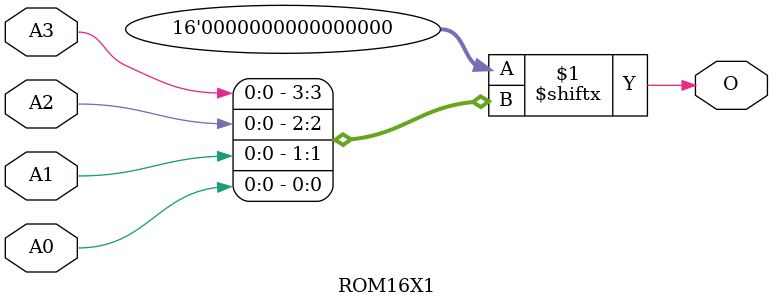
<source format=v>
module ROM16X1 (
  output O,
  input A0, A1, A2, A3
);
  parameter [15:0] INIT = 16'h0;
  assign O = INIT[{A3, A2, A1, A0}];
endmodule
</source>
